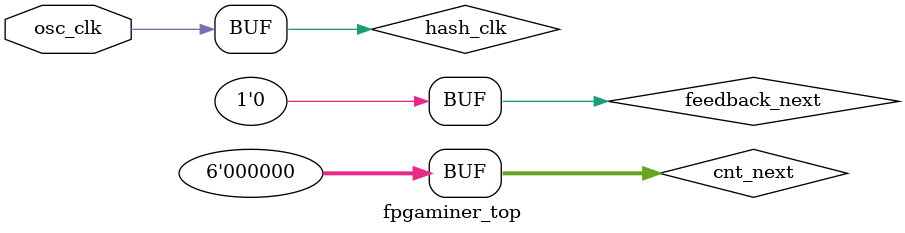
<source format=v>

module fpgaminer_top (osc_clk);
  // The LOOP_LOG2 parameter determines how unrolled the SHA-256
  // calculations are. For example, a setting of 0 will completely
  // unroll the calculations, resulting in 128 rounds and a large, but
  // fast design.
  //
  // A setting of 1 will result in 64 rounds, with half the size and
  // half the speed. 2 will be 32 rounds, with 1/4th the size and speed.
  // And so on.
  //
  // Valid range: [0, 5]
  parameter LOOP_LOG2 = 0;
  // The DIFFICULT parameter determines how many trailing hash bits must
  // be zero before declaring success.
  // 
  // Valid range: [1, 256]
  parameter DIFFICULTY = 4;

  // No need to adjust these parameters
  localparam [5:0] LOOP = (6'd1 << LOOP_LOG2);
  // The nonce will always be larger at the time we discover a valid
  // hash. This is its offset from the nonce that gave rise to the valid
  // hash (except when LOOP_LOG2 == 0 or 1, where the offset is 131 or
  // 66 respectively).
  localparam [31:0] GOLDEN_NONCE_OFFSET = (32'd1 << (7 - LOOP_LOG2)) + 32'd1;

  input osc_clk;

  //// 
  reg [255:0] state = 0;
  reg [511:0] data = 0;
  reg [31:0] nonce = 32'h00000000;

  //// PLL
  wire hash_clk;
  assign hash_clk = osc_clk;

  //// Hashers
  wire [255:0] hash, hash2;
  reg [5:0] cnt = 6'd0;
  reg feedback = 1'b0;

  sha256_transform #(.LOOP(LOOP)) uut (
    .clk(hash_clk),
    .feedback(feedback),
    .cnt(cnt),
    .rx_state(state),
    .rx_input(data),
    .tx_hash(hash)
  );
  sha256_transform #(.LOOP(LOOP)) uut2 (
    .clk(hash_clk),
    .feedback(feedback),
    .cnt(cnt),
    .rx_state(256'h5be0cd191f83d9ab9b05688c510e527fa54ff53a3c6ef372bb67ae856a09e667),
    .rx_input({256'h0000010000000000000000000000000000000000000000000000000080000000, hash}),
    .tx_hash(hash2)
  );

  //// Control Unit
  reg [31:0] golden_nonce = 0;
  reg is_golden_ticket = 1'b0;
  reg feedback_d1 = 1'b1;
  wire [5:0] cnt_next;
  wire [31:0] nonce_next;
  wire feedback_next;
  
  assign cnt_next =  LOOP == 1 ? 6'd0 : ((cnt + 6'd1) & (LOOP-1));
  // On the first count (cnt==0), load data from previous stage (no feedback)
  // on 1..LOOP-1, take feedback from current stage
  // This reduces the throughput by a factor of (LOOP), but also reduces the design size by the same amount
  assign feedback_next = LOOP == 1 ? 1'b0 : (cnt_next != 0);
  assign nonce_next = feedback_next ? nonce : (nonce + 32'd1);

  always @ (posedge hash_clk)
  begin
    cnt <= cnt_next;
    feedback <= feedback_next;
    feedback_d1 <= feedback;

    // Give new data to the hasher
    state <= 255'd0;
    data <= {384'h000002800000000000000000000000000000000000000000000000000000000000000000000000000000000080000000, nonce_next, 96'd0};
    nonce <= nonce_next;

    // Check to see if the last hash generated is valid.
    // *** This last condition is here only because prior to this point, 
    // *** hash2 is undefined and we don't support x as a value
    is_golden_ticket <= hash2[255:255-DIFFICULTY+1] == 0 && !feedback_d1 && (nonce > 32'h81);
    if(is_golden_ticket)
    begin
      // TODO: Find a more compact calculation for this
      if (LOOP == 1)
        golden_nonce <= nonce - 32'd131;
      else if (LOOP == 2)
        golden_nonce <= nonce - 32'd66;
      else
        golden_nonce <= nonce - GOLDEN_NONCE_OFFSET;
    end
  end
endmodule

</source>
